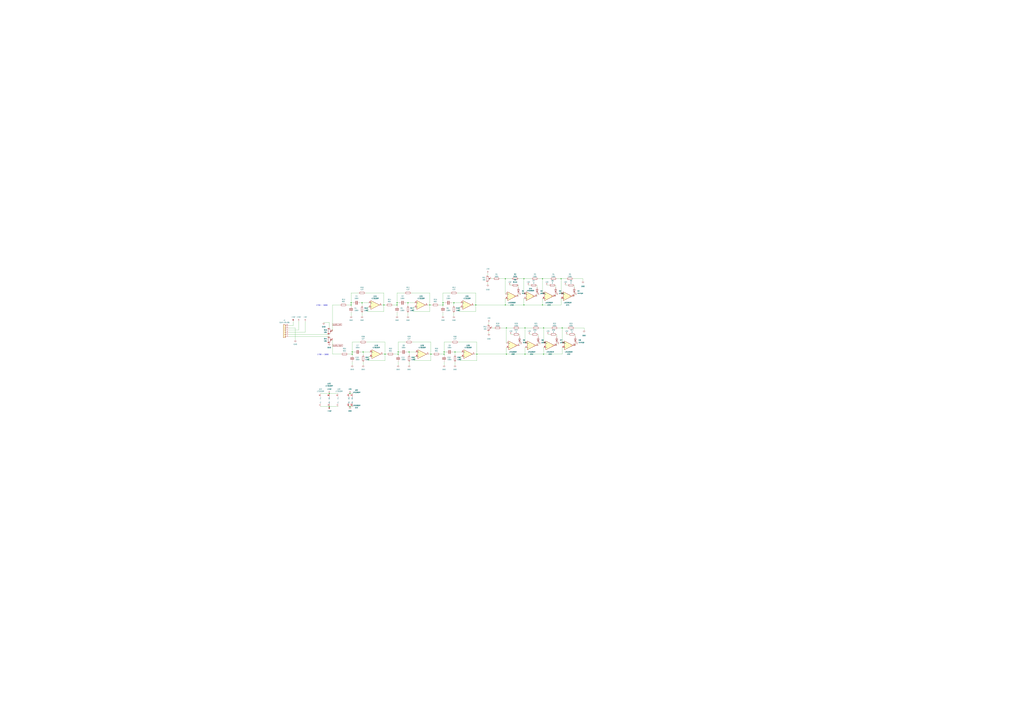
<source format=kicad_sch>
(kicad_sch (version 20211123) (generator eeschema)
  (paper "A0")
  (lib_symbols
    (symbol "Amplifier_Operational:LM358" (pin_names (offset 0.127))
      (property "Reference" "U" (at 0 5.08 0))
      (property "Value" "LM358" (at 0 -5.08 0))
      (symbol "LM358_1_1"
        (polyline (pts (xy -5.08 5.08) (xy 5.08 0) (xy -5.08 -5.08) (xy -5.08 5.08)) (stroke (width 0.254)) (fill (type background)))
        (pin output line (at 7.62 0 180) (length 2.54) (name "~") (number "1"))
        (pin input line (at -7.62 -2.54 0) (length 2.54) (name "-") (number "2"))
        (pin input line (at -7.62 2.54 0) (length 2.54) (name "+") (number "3"))
      )
      (symbol "LM358_2_1"
        (polyline (pts (xy -5.08 5.08) (xy 5.08 0) (xy -5.08 -5.08) (xy -5.08 5.08)) (stroke (width 0.254)) (fill (type background)))
        (pin input line (at -7.62 2.54 0) (length 2.54) (name "+") (number "5"))
        (pin input line (at -7.62 -2.54 0) (length 2.54) (name "-") (number "6"))
        (pin output line (at 7.62 0 180) (length 2.54) (name "~") (number "7"))
      )
      (symbol "LM358_3_1"
        (pin power_in line (at -2.54 -7.62 90) (length 3.81) (name "V-") (number "4"))
        (pin power_in line (at -2.54 7.62 270) (length 3.81) (name "V+") (number "8"))
      )
    )
    (symbol "Comparator:LM339" (pin_names (offset 0.127))
      (property "Reference" "U" (at 0 5.08 0))
      (property "Value" "LM339" (at 0 -5.08 0))
      (symbol "LM339_1_1"
        (polyline (pts (xy -5.08 5.08) (xy 5.08 0) (xy -5.08 -5.08) (xy -5.08 5.08)) (stroke (width 0.254)) (fill (type background)))
        (polyline (pts (xy 3.302 -0.508) (xy 2.794 -0.508) (xy 3.302 0) (xy 2.794 0.508) (xy 2.286 0) (xy 2.794 -0.508) (xy 2.286 -0.508)) (stroke (width 0.127)))
        (pin open_collector line (at 7.62 0 180) (length 2.54) (name "~") (number "2"))
        (pin input line (at -7.62 -2.54 0) (length 2.54) (name "-") (number "4"))
        (pin input line (at -7.62 2.54 0) (length 2.54) (name "+") (number "5"))
      )
      (symbol "LM339_2_1"
        (polyline (pts (xy -5.08 5.08) (xy 5.08 0) (xy -5.08 -5.08) (xy -5.08 5.08)) (stroke (width 0.254)) (fill (type background)))
        (polyline (pts (xy 3.302 -0.508) (xy 2.794 -0.508) (xy 3.302 0) (xy 2.794 0.508) (xy 2.286 0) (xy 2.794 -0.508) (xy 2.286 -0.508)) (stroke (width 0.127)))
        (pin open_collector line (at 7.62 0 180) (length 2.54) (name "~") (number "1"))
        (pin input line (at -7.62 -2.54 0) (length 2.54) (name "-") (number "6"))
        (pin input line (at -7.62 2.54 0) (length 2.54) (name "+") (number "7"))
      )
      (symbol "LM339_3_1"
        (polyline (pts (xy -5.08 5.08) (xy 5.08 0) (xy -5.08 -5.08) (xy -5.08 5.08)) (stroke (width 0.254)) (fill (type background)))
        (polyline (pts (xy 3.302 -0.508) (xy 2.794 -0.508) (xy 3.302 0) (xy 2.794 0.508) (xy 2.286 0) (xy 2.794 -0.508) (xy 2.286 -0.508)) (stroke (width 0.127)))
        (pin input line (at -7.62 -2.54 0) (length 2.54) (name "-") (number "10"))
        (pin input line (at -7.62 2.54 0) (length 2.54) (name "+") (number "11"))
        (pin open_collector line (at 7.62 0 180) (length 2.54) (name "~") (number "13"))
      )
      (symbol "LM339_4_1"
        (polyline (pts (xy -5.08 5.08) (xy 5.08 0) (xy -5.08 -5.08) (xy -5.08 5.08)) (stroke (width 0.254)) (fill (type background)))
        (polyline (pts (xy 3.302 -0.508) (xy 2.794 -0.508) (xy 3.302 0) (xy 2.794 0.508) (xy 2.286 0) (xy 2.794 -0.508) (xy 2.286 -0.508)) (stroke (width 0.127)))
        (pin open_collector line (at 7.62 0 180) (length 2.54) (name "~") (number "14"))
        (pin input line (at -7.62 -2.54 0) (length 2.54) (name "-") (number "8"))
        (pin input line (at -7.62 2.54 0) (length 2.54) (name "+") (number "9"))
      )
      (symbol "LM339_5_1"
        (pin power_in line (at -2.54 -7.62 90) (length 3.81) (name "V-") (number "12"))
        (pin power_in line (at -2.54 7.62 270) (length 3.81) (name "V+") (number "3"))
      )
    )
    (symbol "Connector_Generic:Conn_01x06" (pin_names (offset 1.016) hide)
      (property "Reference" "J" (at 0 7.62 0))
      (property "Value" "Conn_01x06" (at 0 -10.16 0))
      (symbol "Conn_01x06_1_1"
        (rectangle (start -1.27 -7.493) (end 0 -7.747) (stroke (width 0.1524)))
        (rectangle (start -1.27 -4.953) (end 0 -5.207) (stroke (width 0.1524)))
        (rectangle (start -1.27 -2.413) (end 0 -2.667) (stroke (width 0.1524)))
        (rectangle (start -1.27 0.127) (end 0 -0.127) (stroke (width 0.1524)))
        (rectangle (start -1.27 2.667) (end 0 2.413) (stroke (width 0.1524)))
        (rectangle (start -1.27 5.207) (end 0 4.953) (stroke (width 0.1524)))
        (rectangle (start -1.27 6.35) (end 1.27 -8.89) (stroke (width 0.254)) (fill (type background)))
        (pin passive line (at -5.08 5.08 0) (length 3.81) (name "Pin_1") (number "1"))
        (pin passive line (at -5.08 2.54 0) (length 3.81) (name "Pin_2") (number "2"))
        (pin passive line (at -5.08 0 0) (length 3.81) (name "Pin_3") (number "3"))
        (pin passive line (at -5.08 -2.54 0) (length 3.81) (name "Pin_4") (number "4"))
        (pin passive line (at -5.08 -5.08 0) (length 3.81) (name "Pin_5") (number "5"))
        (pin passive line (at -5.08 -7.62 0) (length 3.81) (name "Pin_6") (number "6"))
      )
    )
    (symbol "Device:C" (pin_numbers hide) (pin_names (offset 0.254))
      (property "Reference" "C" (at 0.635 2.54 0))
      (property "Value" "C" (at 0.635 -2.54 0))
      (symbol "C_0_1"
        (polyline (pts (xy -2.032 -0.762) (xy 2.032 -0.762)) (stroke (width 0.508)))
        (polyline (pts (xy -2.032 0.762) (xy 2.032 0.762)) (stroke (width 0.508)))
      )
      (symbol "C_1_1"
        (pin passive line (at 0 3.81 270) (length 2.794) (name "~") (number "1"))
        (pin passive line (at 0 -3.81 90) (length 2.794) (name "~") (number "2"))
      )
    )
    (symbol "Device:LED" (pin_numbers hide) (pin_names (offset 1.016) hide)
      (property "Reference" "D" (at 0 2.54 0))
      (property "Value" "LED" (at 0 -2.54 0))
      (symbol "LED_0_1"
        (polyline (pts (xy -1.27 -1.27) (xy -1.27 1.27)) (stroke (width 0.254)))
        (polyline (pts (xy -1.27 0) (xy 1.27 0)))
        (polyline (pts (xy 1.27 -1.27) (xy 1.27 1.27) (xy -1.27 0) (xy 1.27 -1.27)) (stroke (width 0.254)))
        (polyline (pts (xy -3.048 -0.762) (xy -4.572 -2.286) (xy -3.81 -2.286) (xy -4.572 -2.286) (xy -4.572 -1.524)))
        (polyline (pts (xy -1.778 -0.762) (xy -3.302 -2.286) (xy -2.54 -2.286) (xy -3.302 -2.286) (xy -3.302 -1.524)))
      )
      (symbol "LED_1_1"
        (pin passive line (at -3.81 0 0) (length 2.54) (name "K") (number "1"))
        (pin passive line (at 3.81 0 180) (length 2.54) (name "A") (number "2"))
      )
    )
    (symbol "Device:R" (pin_numbers hide) (pin_names (offset 0))
      (property "Reference" "R" (at 2.032 0 90))
      (property "Value" "R" (at 0 0 90))
      (symbol "R_0_1"
        (rectangle (start -1.016 -2.54) (end 1.016 2.54) (stroke (width 0.254)))
      )
      (symbol "R_1_1"
        (pin passive line (at 0 3.81 270) (length 1.27) (name "~") (number "1"))
        (pin passive line (at 0 -3.81 90) (length 1.27) (name "~") (number "2"))
      )
    )
    (symbol "Device:R_Potentiometer" (pin_names (offset 1.016) hide)
      (property "Reference" "RV" (at -4.445 0 90))
      (property "Value" "R_Potentiometer" (at -2.54 0 90))
      (symbol "R_Potentiometer_0_1"
        (polyline (pts (xy 2.54 0) (xy 1.524 0)))
        (polyline (pts (xy 1.143 0) (xy 2.286 0.508) (xy 2.286 -0.508) (xy 1.143 0)) (fill (type outline)))
        (rectangle (start 1.016 2.54) (end -1.016 -2.54) (stroke (width 0.254)))
      )
      (symbol "R_Potentiometer_1_1"
        (pin passive line (at 0 3.81 270) (length 1.27) (name "1") (number "1"))
        (pin passive line (at 3.81 0 180) (length 1.27) (name "2") (number "2"))
        (pin passive line (at 0 -3.81 90) (length 1.27) (name "3") (number "3"))
      )
    )
    (symbol "power:+15V" (power) (pin_names (offset 0))
      (property "Value" "+15V" (at 0 3.556 0))
      (symbol "+15V_0_1"
        (polyline (pts (xy -0.762 1.27) (xy 0 2.54)))
        (polyline (pts (xy 0 0) (xy 0 2.54)))
        (polyline (pts (xy 0 2.54) (xy 0.762 1.27)))
      )
      (symbol "+15V_1_1"
        (pin power_in line (at 0 0 90) (length 0) hide (name "+15V") (number "1"))
      )
    )
    (symbol "power:+5V" (power) (pin_names (offset 0))
      (property "Value" "+5V" (at 0 3.556 0))
      (symbol "+5V_0_1"
        (polyline (pts (xy -0.762 1.27) (xy 0 2.54)))
        (polyline (pts (xy 0 0) (xy 0 2.54)))
        (polyline (pts (xy 0 2.54) (xy 0.762 1.27)))
      )
      (symbol "+5V_1_1"
        (pin power_in line (at 0 0 90) (length 0) hide (name "+5V") (number "1"))
      )
    )
    (symbol "power:-15V" (power) (pin_names (offset 0))
      (property "Value" "-15V" (at 0 3.81 0))
      (symbol "-15V_0_0"
        (pin power_in line (at 0 0 90) (length 0) hide (name "-15V") (number "1"))
      )
      (symbol "-15V_0_1"
        (polyline (pts (xy 0 0) (xy 0 1.27) (xy 0.762 1.27) (xy 0 2.54) (xy -0.762 1.27) (xy 0 1.27)) (fill (type outline)))
      )
    )
    (symbol "power:GND" (power) (pin_names (offset 0))
      (property "Value" "GND" (at 0 -3.81 0))
      (symbol "GND_0_1"
        (polyline (pts (xy 0 0) (xy 0 -1.27) (xy 1.27 -1.27) (xy 0 -2.54) (xy -1.27 -1.27) (xy 0 -1.27)))
      )
      (symbol "GND_1_1"
        (pin power_in line (at 0 0 270) (length 0) hide (name "GND") (number "1"))
      )
    )
  )
  (junction (at 514.35 351.79))
  (junction (at 407.67 354.33))
  (junction (at 462.28 408.94))
  (junction (at 629.92 323.85))
  (junction (at 461.01 351.79))
  (junction (at 527.05 351.79))
  (junction (at 608.33 323.85))
  (junction (at 445.77 354.33))
  (junction (at 499.11 354.33))
  (junction (at 552.45 354.33))
  (junction (at 474.98 408.94))
  (junction (at 515.62 408.94))
  (junction (at 406.4 472.44))
  (junction (at 629.92 354.33))
  (junction (at 588.01 381))
  (junction (at 406.4 457.2))
  (junction (at 588.01 411.48))
  (junction (at 382.27 472.44))
  (junction (at 631.19 411.48))
  (junction (at 528.32 408.94))
  (junction (at 447.04 411.48))
  (junction (at 631.19 381))
  (junction (at 461.01 354.33))
  (junction (at 462.28 411.48))
  (junction (at 609.6 411.48))
  (junction (at 586.74 354.33))
  (junction (at 500.38 411.48))
  (junction (at 382.27 457.2))
  (junction (at 408.94 411.48))
  (junction (at 408.94 408.94))
  (junction (at 608.33 354.33))
  (junction (at 609.6 381))
  (junction (at 515.62 411.48))
  (junction (at 407.67 351.79))
  (junction (at 652.78 381))
  (junction (at 586.74 323.85))
  (junction (at 420.37 351.79))
  (junction (at 651.51 323.85))
  (junction (at 514.35 354.33))
  (junction (at 553.72 411.48))
  (junction (at 473.71 351.79))
  (junction (at 421.64 408.94))
  (wire (pts (xy 462.28 408.94) (xy 462.28 411.48)))
  (wire (pts (xy 461.01 351.79) (xy 461.01 340.36)))
  (wire (pts (xy 407.67 363.22) (xy 407.67 367.03)))
  (wire (pts (xy 474.98 408.94) (xy 474.98 412.75)))
  (wire (pts (xy 534.67 419.1) (xy 553.72 419.1)))
  (wire (pts (xy 500.38 411.48) (xy 502.92 411.48)))
  (wire (pts (xy 651.51 323.85) (xy 657.86 323.85)))
  (wire (pts (xy 340.36 373.38) (xy 340.36 378.46)))
  (wire (pts (xy 609.6 381) (xy 618.49 381)))
  (wire (pts (xy 530.86 340.36) (xy 552.45 340.36)))
  (wire (pts (xy 631.19 411.48) (xy 631.19 403.86)))
  (wire (pts (xy 481.33 414.02) (xy 481.33 419.1)))
  (wire (pts (xy 586.74 323.85) (xy 586.74 341.63)))
  (wire (pts (xy 631.19 411.48) (xy 652.78 411.48)))
  (wire (pts (xy 551.18 411.48) (xy 553.72 411.48)))
  (wire (pts (xy 462.28 411.48) (xy 462.28 412.75)))
  (wire (pts (xy 408.94 411.48) (xy 408.94 412.75)))
  (wire (pts (xy 601.98 331.47) (xy 601.98 334.01)))
  (wire (pts (xy 474.98 420.37) (xy 474.98 424.18)))
  (wire (pts (xy 515.62 408.94) (xy 518.16 408.94)))
  (wire (pts (xy 444.5 411.48) (xy 447.04 411.48)))
  (wire (pts (xy 499.11 354.33) (xy 499.11 361.95)))
  (wire (pts (xy 386.08 354.33) (xy 394.97 354.33)))
  (wire (pts (xy 335.28 383.54) (xy 346.71 383.54)))
  (wire (pts (xy 668.02 388.62) (xy 668.02 391.16)))
  (wire (pts (xy 603.25 381) (xy 609.6 381)))
  (wire (pts (xy 473.71 351.79) (xy 473.71 355.6)))
  (wire (pts (xy 515.62 397.51) (xy 524.51 397.51)))
  (wire (pts (xy 386.08 394.97) (xy 386.08 411.48)))
  (wire (pts (xy 608.33 323.85) (xy 608.33 341.63)))
  (wire (pts (xy 635 331.47) (xy 637.54 331.47)))
  (wire (pts (xy 424.18 340.36) (xy 445.77 340.36)))
  (wire (pts (xy 588.01 381) (xy 595.63 381)))
  (wire (pts (xy 527.05 363.22) (xy 527.05 367.03)))
  (wire (pts (xy 586.74 354.33) (xy 608.33 354.33)))
  (wire (pts (xy 571.5 381) (xy 574.04 381)))
  (wire (pts (xy 567.69 374.65) (xy 567.69 377.19)))
  (wire (pts (xy 588.01 381) (xy 588.01 398.78)))
  (wire (pts (xy 514.35 351.79) (xy 514.35 354.33)))
  (wire (pts (xy 624.84 388.62) (xy 624.84 391.16)))
  (wire (pts (xy 601.98 323.85) (xy 608.33 323.85)))
  (wire (pts (xy 461.01 351.79) (xy 463.55 351.79)))
  (wire (pts (xy 552.45 354.33) (xy 586.74 354.33)))
  (wire (pts (xy 647.7 381) (xy 652.78 381)))
  (wire (pts (xy 528.32 408.94) (xy 535.94 408.94)))
  (wire (pts (xy 472.44 408.94) (xy 474.98 408.94)))
  (wire (pts (xy 666.75 331.47) (xy 666.75 334.01)))
  (wire (pts (xy 481.33 419.1) (xy 500.38 419.1)))
  (wire (pts (xy 629.92 323.85) (xy 629.92 341.63)))
  (wire (pts (xy 417.83 351.79) (xy 420.37 351.79)))
  (wire (pts (xy 354.33 373.38) (xy 354.33 386.08)))
  (wire (pts (xy 570.23 323.85) (xy 572.77 323.85)))
  (wire (pts (xy 461.01 351.79) (xy 461.01 354.33)))
  (wire (pts (xy 335.28 386.08) (xy 354.33 386.08)))
  (wire (pts (xy 427.99 419.1) (xy 447.04 419.1)))
  (wire (pts (xy 676.91 323.85) (xy 676.91 326.39)))
  (wire (pts (xy 455.93 354.33) (xy 461.01 354.33)))
  (wire (pts (xy 427.99 356.87) (xy 426.72 356.87)))
  (wire (pts (xy 382.27 457.2) (xy 392.43 457.2)))
  (wire (pts (xy 408.94 420.37) (xy 408.94 424.18)))
  (wire (pts (xy 335.28 378.46) (xy 340.36 378.46)))
  (wire (pts (xy 474.98 408.94) (xy 482.6 408.94)))
  (wire (pts (xy 499.11 340.36) (xy 499.11 354.33)))
  (wire (pts (xy 645.16 341.63) (xy 645.16 344.17)))
  (wire (pts (xy 386.08 411.48) (xy 396.24 411.48)))
  (wire (pts (xy 651.51 323.85) (xy 651.51 341.63)))
  (wire (pts (xy 406.4 457.2) (xy 408.94 457.2)))
  (wire (pts (xy 591.82 331.47) (xy 594.36 331.47)))
  (wire (pts (xy 567.69 384.81) (xy 567.69 387.35)))
  (wire (pts (xy 420.37 351.79) (xy 427.99 351.79)))
  (wire (pts (xy 657.86 388.62) (xy 660.4 388.62)))
  (wire (pts (xy 665.48 323.85) (xy 676.91 323.85)))
  (wire (pts (xy 631.19 381) (xy 631.19 398.78)))
  (wire (pts (xy 552.45 354.33) (xy 552.45 361.95)))
  (wire (pts (xy 533.4 356.87) (xy 533.4 361.95)))
  (wire (pts (xy 447.04 397.51) (xy 447.04 411.48)))
  (wire (pts (xy 552.45 340.36) (xy 552.45 354.33)))
  (wire (pts (xy 372.11 472.44) (xy 382.27 472.44)))
  (wire (pts (xy 515.62 411.48) (xy 515.62 412.75)))
  (wire (pts (xy 445.77 354.33) (xy 448.31 354.33)))
  (wire (pts (xy 408.94 397.51) (xy 417.83 397.51)))
  (wire (pts (xy 478.79 397.51) (xy 500.38 397.51)))
  (wire (pts (xy 408.94 408.94) (xy 408.94 397.51)))
  (wire (pts (xy 524.51 351.79) (xy 527.05 351.79)))
  (wire (pts (xy 608.33 354.33) (xy 608.33 346.71)))
  (wire (pts (xy 462.28 408.94) (xy 462.28 397.51)))
  (wire (pts (xy 405.13 457.2) (xy 406.4 457.2)))
  (wire (pts (xy 580.39 323.85) (xy 586.74 323.85)))
  (wire (pts (xy 566.42 317.5) (xy 566.42 320.04)))
  (wire (pts (xy 461.01 340.36) (xy 469.9 340.36)))
  (wire (pts (xy 533.4 361.95) (xy 552.45 361.95)))
  (wire (pts (xy 626.11 381) (xy 631.19 381)))
  (wire (pts (xy 636.27 388.62) (xy 638.81 388.62)))
  (wire (pts (xy 419.1 408.94) (xy 421.64 408.94)))
  (wire (pts (xy 532.13 397.51) (xy 553.72 397.51)))
  (wire (pts (xy 499.11 354.33) (xy 501.65 354.33)))
  (wire (pts (xy 335.28 391.16) (xy 382.27 391.16)))
  (wire (pts (xy 528.32 408.94) (xy 528.32 412.75)))
  (wire (pts (xy 614.68 388.62) (xy 617.22 388.62)))
  (wire (pts (xy 420.37 363.22) (xy 420.37 367.03)))
  (wire (pts (xy 646.43 398.78) (xy 646.43 401.32)))
  (wire (pts (xy 588.01 411.48) (xy 588.01 403.86)))
  (wire (pts (xy 586.74 354.33) (xy 586.74 346.71)))
  (wire (pts (xy 482.6 414.02) (xy 481.33 414.02)))
  (wire (pts (xy 481.33 356.87) (xy 480.06 356.87)))
  (wire (pts (xy 500.38 411.48) (xy 500.38 419.1)))
  (wire (pts (xy 429.26 414.02) (xy 427.99 414.02)))
  (wire (pts (xy 651.51 354.33) (xy 651.51 346.71)))
  (wire (pts (xy 462.28 397.51) (xy 471.17 397.51)))
  (wire (pts (xy 426.72 356.87) (xy 426.72 361.95)))
  (wire (pts (xy 471.17 351.79) (xy 473.71 351.79)))
  (wire (pts (xy 609.6 381) (xy 609.6 398.78)))
  (wire (pts (xy 609.6 411.48) (xy 609.6 403.86)))
  (wire (pts (xy 631.19 381) (xy 640.08 381)))
  (wire (pts (xy 421.64 420.37) (xy 421.64 424.18)))
  (wire (pts (xy 515.62 420.37) (xy 515.62 424.18)))
  (wire (pts (xy 629.92 354.33) (xy 629.92 346.71)))
  (wire (pts (xy 534.67 356.87) (xy 533.4 356.87)))
  (wire (pts (xy 588.01 411.48) (xy 609.6 411.48)))
  (wire (pts (xy 425.45 397.51) (xy 447.04 397.51)))
  (wire (pts (xy 581.66 381) (xy 588.01 381)))
  (wire (pts (xy 342.9 381) (xy 342.9 394.97)))
  (wire (pts (xy 375.92 374.65) (xy 382.27 374.65)))
  (wire (pts (xy 514.35 340.36) (xy 523.24 340.36)))
  (wire (pts (xy 443.23 354.33) (xy 445.77 354.33)))
  (wire (pts (xy 480.06 361.95) (xy 499.11 361.95)))
  (wire (pts (xy 586.74 323.85) (xy 594.36 323.85)))
  (wire (pts (xy 407.67 351.79) (xy 410.21 351.79)))
  (wire (pts (xy 608.33 323.85) (xy 617.22 323.85)))
  (wire (pts (xy 527.05 351.79) (xy 527.05 355.6)))
  (wire (pts (xy 534.67 414.02) (xy 534.67 419.1)))
  (wire (pts (xy 457.2 411.48) (xy 462.28 411.48)))
  (wire (pts (xy 646.43 388.62) (xy 646.43 391.16)))
  (wire (pts (xy 528.32 420.37) (xy 528.32 424.18)))
  (wire (pts (xy 408.94 408.94) (xy 408.94 411.48)))
  (wire (pts (xy 549.91 354.33) (xy 552.45 354.33)))
  (wire (pts (xy 500.38 397.51) (xy 500.38 411.48)))
  (wire (pts (xy 608.33 354.33) (xy 629.92 354.33)))
  (wire (pts (xy 372.11 457.2) (xy 382.27 457.2)))
  (wire (pts (xy 346.71 373.38) (xy 346.71 383.54)))
  (wire (pts (xy 527.05 351.79) (xy 534.67 351.79)))
  (wire (pts (xy 668.02 398.78) (xy 668.02 401.32)))
  (wire (pts (xy 407.67 354.33) (xy 407.67 355.6)))
  (wire (pts (xy 447.04 411.48) (xy 447.04 419.1)))
  (wire (pts (xy 629.92 323.85) (xy 638.81 323.85)))
  (wire (pts (xy 646.43 323.85) (xy 651.51 323.85)))
  (wire (pts (xy 514.35 363.22) (xy 514.35 367.03)))
  (wire (pts (xy 462.28 420.37) (xy 462.28 424.18)))
  (wire (pts (xy 624.84 398.78) (xy 624.84 401.32)))
  (wire (pts (xy 666.75 341.63) (xy 666.75 344.17)))
  (wire (pts (xy 510.54 411.48) (xy 515.62 411.48)))
  (wire (pts (xy 402.59 354.33) (xy 407.67 354.33)))
  (wire (pts (xy 405.13 472.44) (xy 406.4 472.44)))
  (wire (pts (xy 553.72 411.48) (xy 588.01 411.48)))
  (wire (pts (xy 445.77 354.33) (xy 445.77 361.95)))
  (wire (pts (xy 515.62 408.94) (xy 515.62 411.48)))
  (wire (pts (xy 603.25 398.78) (xy 603.25 401.32)))
  (wire (pts (xy 645.16 331.47) (xy 645.16 334.01)))
  (wire (pts (xy 601.98 341.63) (xy 601.98 344.17)))
  (wire (pts (xy 496.57 354.33) (xy 499.11 354.33)))
  (wire (pts (xy 553.72 397.51) (xy 553.72 411.48)))
  (wire (pts (xy 652.78 411.48) (xy 652.78 403.86)))
  (wire (pts (xy 613.41 331.47) (xy 615.95 331.47)))
  (wire (pts (xy 406.4 472.44) (xy 408.94 472.44)))
  (wire (pts (xy 480.06 356.87) (xy 480.06 361.95)))
  (wire (pts (xy 553.72 411.48) (xy 553.72 419.1)))
  (wire (pts (xy 652.78 381) (xy 652.78 398.78)))
  (wire (pts (xy 403.86 411.48) (xy 408.94 411.48)))
  (wire (pts (xy 514.35 351.79) (xy 516.89 351.79)))
  (wire (pts (xy 335.28 388.62) (xy 382.27 388.62)))
  (wire (pts (xy 407.67 351.79) (xy 407.67 354.33)))
  (wire (pts (xy 652.78 381) (xy 659.13 381)))
  (wire (pts (xy 473.71 363.22) (xy 473.71 367.03)))
  (wire (pts (xy 525.78 408.94) (xy 528.32 408.94)))
  (wire (pts (xy 515.62 408.94) (xy 515.62 397.51)))
  (wire (pts (xy 426.72 361.95) (xy 445.77 361.95)))
  (wire (pts (xy 408.94 408.94) (xy 411.48 408.94)))
  (wire (pts (xy 407.67 351.79) (xy 407.67 340.36)))
  (wire (pts (xy 514.35 351.79) (xy 514.35 340.36)))
  (wire (pts (xy 678.18 381) (xy 678.18 383.54)))
  (wire (pts (xy 386.08 384.81) (xy 386.08 354.33)))
  (wire (pts (xy 477.52 340.36) (xy 499.11 340.36)))
  (wire (pts (xy 514.35 354.33) (xy 514.35 355.6)))
  (wire (pts (xy 535.94 414.02) (xy 534.67 414.02)))
  (wire (pts (xy 609.6 411.48) (xy 631.19 411.48)))
  (wire (pts (xy 382.27 472.44) (xy 392.43 472.44)))
  (wire (pts (xy 593.09 388.62) (xy 595.63 388.62)))
  (wire (pts (xy 447.04 411.48) (xy 449.58 411.48)))
  (wire (pts (xy 427.99 414.02) (xy 427.99 419.1)))
  (wire (pts (xy 421.64 408.94) (xy 421.64 412.75)))
  (wire (pts (xy 656.59 331.47) (xy 659.13 331.47)))
  (wire (pts (xy 629.92 354.33) (xy 651.51 354.33)))
  (wire (pts (xy 473.71 351.79) (xy 481.33 351.79)))
  (wire (pts (xy 420.37 351.79) (xy 420.37 355.6)))
  (wire (pts (xy 623.57 341.63) (xy 623.57 344.17)))
  (wire (pts (xy 603.25 388.62) (xy 603.25 391.16)))
  (wire (pts (xy 666.75 381) (xy 678.18 381)))
  (wire (pts (xy 335.28 381) (xy 342.9 381)))
  (wire (pts (xy 421.64 408.94) (xy 429.26 408.94)))
  (wire (pts (xy 382.27 374.65) (xy 382.27 381)))
  (wire (pts (xy 445.77 340.36) (xy 445.77 354.33)))
  (wire (pts (xy 461.01 354.33) (xy 461.01 355.6)))
  (wire (pts (xy 462.28 408.94) (xy 464.82 408.94)))
  (wire (pts (xy 566.42 327.66) (xy 566.42 330.2)))
  (wire (pts (xy 624.84 323.85) (xy 629.92 323.85)))
  (wire (pts (xy 407.67 340.36) (xy 416.56 340.36)))
  (wire (pts (xy 497.84 411.48) (xy 500.38 411.48)))
  (wire (pts (xy 509.27 354.33) (xy 514.35 354.33)))
  (wire (pts (xy 461.01 363.22) (xy 461.01 367.03)))
  (wire (pts (xy 623.57 331.47) (xy 623.57 334.01)))
  (text "1700 - 5000" (at 367.03 355.6 0) (effects (font (size 1.27 1.27)) (justify left bottom)))
  (text "1700 - 5000" (at 368.3 412.75 0) (effects (font (size 1.27 1.27)) (justify left bottom)))
  (global_label "audio_right" (shape passive) (at 386.08 401.32 0) (property "Intersheet References" "${INTERSHEET_REFS}" (effects hide)))
  (global_label "audio_left" (shape passive) (at 386.08 377.19 0) (property "Intersheet References" "${INTERSHEET_REFS}" (effects hide)))
  (symbol (lib_id "Device:C") (at 415.29 408.94 90) (unit 1)
    (property "Reference" "C7" (at 415.29 401.32 90))
    (property "Value" "100n" (at 415.29 403.86 90))
    (property "Footprint" "Capacitor_SMD:C_1206_3216Metric" (effects hide))
  )
  (symbol (lib_id "power:+5V") (at 354.33 373.38 0) (unit 1)
    (property "Reference" "#PWR016" (effects hide))
    (property "Value" "+5V" (at 354.33 368.3 0))
  )
  (symbol (lib_id "Device:C") (at 514.35 359.41 0) (unit 1)
    (property "Reference" "C6" (at 518.16 358.1399 0) (effects (justify left)))
    (property "Value" "100n" (at 518.16 360.6799 0) (effects (justify left)))
    (property "Footprint" "Capacitor_SMD:C_1206_3216Metric" (effects hide))
  )
  (symbol (lib_id "Device:R") (at 506.73 411.48 90) (unit 1)
    (property "Reference" "R33" (at 506.73 405.13 90))
    (property "Value" "931" (at 506.73 407.67 90))
    (property "Footprint" "Resistor_SMD:R_1206_3216Metric" (effects hide))
  )
  (symbol (lib_id "Device:R") (at 473.71 359.41 0) (unit 1)
    (property "Reference" "R17" (at 476.25 358.1399 0) (effects (justify left)))
    (property "Value" "1k87" (at 476.25 360.6799 0) (effects (justify left)))
    (property "Footprint" "Resistor_SMD:R_1206_3216Metric" (effects hide))
  )
  (symbol (lib_id "Device:R") (at 421.64 397.51 90) (unit 1)
    (property "Reference" "R28" (at 421.64 391.16 90))
    (property "Value" "137" (at 421.64 393.7 90))
    (property "Footprint" "Resistor_SMD:R_1206_3216Metric" (effects hide))
  )
  (symbol (lib_id "Device:C") (at 407.67 359.41 0) (unit 1)
    (property "Reference" "C4" (at 411.48 358.1399 0) (effects (justify left)))
    (property "Value" "100n" (at 411.48 360.6799 0) (effects (justify left)))
    (property "Footprint" "Capacitor_SMD:C_1206_3216Metric" (effects hide))
  )
  (symbol (lib_id "Device:R") (at 622.3 381 90) (unit 1)
    (property "Reference" "R21" (at 622.3 375.92 90))
    (property "Value" "100k" (at 622.3 378.46 90))
    (property "Footprint" "Resistor_SMD:R_1206_3216Metric" (effects hide))
  )
  (symbol (lib_id "Device:C") (at 408.94 416.56 0) (unit 1)
    (property "Reference" "C10" (at 412.75 415.2899 0) (effects (justify left)))
    (property "Value" "100n" (at 412.75 417.8299 0) (effects (justify left)))
    (property "Footprint" "Capacitor_SMD:C_1206_3216Metric" (effects hide))
  )
  (symbol (lib_id "Amplifier_Operational:LM358") (at 490.22 411.48 0) (unit 2)
    (property "Reference" "U2" (at 490.22 401.32 0))
    (property "Value" "LF353DR" (at 490.22 403.86 0))
    (property "Footprint" "Package_SO:SOIC-8_3.9x4.9mm_P1.27mm" (effects hide))
    (property "Datasheet" "http://www.ti.com/lit/ds/symlink/lm2904-n.pdf" (effects hide))
  )
  (symbol (lib_id "power:GND") (at 407.67 367.03 0) (unit 1)
    (property "Reference" "#PWR08" (effects hide))
    (property "Value" "GND" (at 407.67 372.11 0))
  )
  (symbol (lib_id "Device:R") (at 599.44 381 90) (unit 1)
    (property "Reference" "R20" (at 599.44 375.92 90))
    (property "Value" "100k" (at 599.44 378.46 90))
    (property "Footprint" "Resistor_SMD:R_1206_3216Metric" (effects hide))
  )
  (symbol (lib_id "Device:R") (at 619.76 331.47 270) (unit 1)
    (property "Reference" "R7" (at 619.76 326.39 90))
    (property "Value" "R" (at 619.76 328.93 90))
    (property "Footprint" "Resistor_SMD:R_1206_3216Metric" (effects hide))
  )
  (symbol (lib_id "power:GND") (at 567.69 387.35 0) (unit 1)
    (property "Reference" "#PWR019" (effects hide))
    (property "Value" "GND" (at 567.69 393.7 0))
  )
  (symbol (lib_id "Amplifier_Operational:LM358") (at 394.97 464.82 0) (unit 3)
    (property "Reference" "U3" (at 393.7 452.12 0))
    (property "Value" "LF353DR" (at 393.7 454.66 0))
    (property "Footprint" "Package_SO:SOIC-8_3.9x4.9mm_P1.27mm" (effects hide))
    (property "Datasheet" "http://www.ti.com/lit/ds/symlink/lm2904-n.pdf" (effects hide))
  )
  (symbol (lib_id "Device:R") (at 528.32 397.51 90) (unit 1)
    (property "Reference" "R30" (at 528.32 391.16 90))
    (property "Value" "137" (at 528.32 393.7 90))
    (property "Footprint" "Resistor_SMD:R_1206_3216Metric" (effects hide))
  )
  (symbol (lib_id "power:+5V") (at 657.86 388.62 0) (unit 1)
    (property "Reference" "#PWR023" (effects hide))
    (property "Value" "+5V" (at 657.86 384.81 0))
  )
  (symbol (lib_id "Device:R") (at 505.46 354.33 90) (unit 1)
    (property "Reference" "R15" (at 505.46 347.98 90))
    (property "Value" "931" (at 505.46 350.52 90))
    (property "Footprint" "Resistor_SMD:R_1206_3216Metric" (effects hide))
  )
  (symbol (lib_id "power:+15V") (at 382.27 457.2 0) (unit 1)
    (property "Reference" "#PWR031" (effects hide))
    (property "Value" "+15V" (at 382.27 452.12 0))
  )
  (symbol (lib_id "Device:LED") (at 623.57 337.82 90) (unit 1)
    (property "Reference" "D2" (at 627.38 338.1374 90) (effects (justify right)))
    (property "Value" "green" (at 627.38 340.6774 90) (effects (justify right)))
    (property "Footprint" "Resistor_SMD:R_1206_3216Metric" (effects hide))
  )
  (symbol (lib_id "Device:R") (at 621.03 388.62 270) (unit 1)
    (property "Reference" "R25" (at 621.03 383.54 90))
    (property "Value" "R" (at 621.03 386.08 90))
    (property "Footprint" "Resistor_SMD:R_1206_3216Metric" (effects hide))
  )
  (symbol (lib_id "Device:R") (at 621.03 323.85 90) (unit 1)
    (property "Reference" "R3" (at 621.03 318.77 90))
    (property "Value" "100k" (at 621.03 321.31 90))
    (property "Footprint" "Resistor_SMD:R_1206_3216Metric" (effects hide))
  )
  (symbol (lib_id "Device:R") (at 664.21 388.62 270) (unit 1)
    (property "Reference" "R27" (at 664.21 383.54 90))
    (property "Value" "R" (at 664.21 386.08 90))
    (property "Footprint" "Resistor_SMD:R_1206_3216Metric" (effects hide))
  )
  (symbol (lib_id "Comparator:LM339") (at 594.36 344.17 0) (unit 2)
    (property "Reference" "U4" (at 594.36 354.33 0))
    (property "Value" "LM339DR" (at 594.36 351.79 0))
    (property "Footprint" "Package_SO:SO-14_3.9x8.65mm_P1.27mm" (effects hide))
    (property "Datasheet" "https://www.st.com/resource/en/datasheet/lm139.pdf" (effects hide))
    (property "DPN" "296-1013-1-ND" (effects hide))
  )
  (symbol (lib_id "Comparator:LM339") (at 407.67 464.82 0) (unit 5)
    (property "Reference" "U4" (at 414.02 473.71 0))
    (property "Value" "LM339DR" (at 414.02 471.17 0))
    (property "Footprint" "Package_SO:SO-14_3.9x8.65mm_P1.27mm" (effects hide))
    (property "Datasheet" "https://www.st.com/resource/en/datasheet/lm139.pdf" (effects hide))
    (property "DPN" "296-1013-1-ND" (effects hide))
  )
  (symbol (lib_id "Device:R") (at 474.98 416.56 0) (unit 1)
    (property "Reference" "R35" (at 477.52 415.2899 0) (effects (justify left)))
    (property "Value" "1k87" (at 477.52 417.8299 0) (effects (justify left)))
    (property "Footprint" "Resistor_SMD:R_1206_3216Metric" (effects hide))
  )
  (symbol (lib_id "Device:R") (at 662.94 331.47 270) (unit 1)
    (property "Reference" "R9" (at 662.94 326.39 90))
    (property "Value" "R" (at 662.94 328.93 90))
    (property "Footprint" "Resistor_SMD:R_1206_3216Metric" (effects hide))
  )
  (symbol (lib_id "Device:C") (at 520.7 351.79 90) (unit 1)
    (property "Reference" "C3" (at 520.7 344.17 90))
    (property "Value" "100n" (at 520.7 346.71 90))
    (property "Footprint" "Capacitor_SMD:C_1206_3216Metric" (effects hide))
  )
  (symbol (lib_id "power:GND") (at 420.37 367.03 0) (unit 1)
    (property "Reference" "#PWR09" (effects hide))
    (property "Value" "GND" (at 420.37 372.11 0))
  )
  (symbol (lib_id "Device:R") (at 452.12 354.33 90) (unit 1)
    (property "Reference" "R14" (at 452.12 347.98 90))
    (property "Value" "931" (at 452.12 350.52 90))
    (property "Footprint" "Resistor_SMD:R_1206_3216Metric" (effects hide))
  )
  (symbol (lib_id "power:GND") (at 461.01 367.03 0) (unit 1)
    (property "Reference" "#PWR010" (effects hide))
    (property "Value" "GND" (at 461.01 372.11 0))
  )
  (symbol (lib_id "Device:R") (at 598.17 323.85 90) (unit 1)
    (property "Reference" "R2" (at 598.17 318.77 90))
    (property "Value" "100k" (at 598.17 321.31 90))
    (property "Footprint" "Resistor_SMD:R_1206_3216Metric" (effects hide))
  )
  (symbol (lib_id "power:+5V") (at 591.82 331.47 0) (unit 1)
    (property "Reference" "#PWR04" (effects hide))
    (property "Value" "+5V" (at 591.82 327.66 0))
  )
  (symbol (lib_id "Device:LED") (at 668.02 394.97 90) (unit 1)
    (property "Reference" "D8" (at 671.83 395.2874 90) (effects (justify right)))
    (property "Value" "orange" (at 671.83 397.8274 90) (effects (justify right)))
    (property "Footprint" "Resistor_SMD:R_1206_3216Metric" (effects hide))
  )
  (symbol (lib_id "Device:R") (at 420.37 359.41 0) (unit 1)
    (property "Reference" "R16" (at 422.91 358.1399 0) (effects (justify left)))
    (property "Value" "1k87" (at 422.91 360.6799 0) (effects (justify left)))
    (property "Footprint" "Resistor_SMD:R_1206_3216Metric" (effects hide))
  )
  (symbol (lib_id "Amplifier_Operational:LM358") (at 543.56 411.48 0) (unit 2)
    (property "Reference" "U3" (at 543.56 401.32 0))
    (property "Value" "LF353DR" (at 543.56 403.86 0))
    (property "Footprint" "Package_SO:SOIC-8_3.9x4.9mm_P1.27mm" (effects hide))
    (property "Datasheet" "http://www.ti.com/lit/ds/symlink/lm2904-n.pdf" (effects hide))
  )
  (symbol (lib_id "Amplifier_Operational:LM358") (at 542.29 354.33 0) (unit 1)
    (property "Reference" "U3" (at 542.29 344.17 0))
    (property "Value" "LF353DR" (at 542.29 346.71 0))
    (property "Footprint" "Package_SO:SOIC-8_3.9x4.9mm_P1.27mm" (effects hide))
    (property "Datasheet" "http://www.ti.com/lit/ds/symlink/lm2904-n.pdf" (effects hide))
  )
  (symbol (lib_id "power:+5V") (at 656.59 331.47 0) (unit 1)
    (property "Reference" "#PWR07" (effects hide))
    (property "Value" "+5V" (at 656.59 327.66 0))
  )
  (symbol (lib_id "Device:R_Potentiometer") (at 567.69 381 0) (unit 1)
    (property "Reference" "RV2" (at 565.15 379.7299 0) (effects (justify right)))
    (property "Value" "10k" (at 565.15 382.2699 0) (effects (justify right)))
    (property "Footprint" "Potentiometer_THT:Potentiometer_Runtron_RM-065_Vertical" (effects hide))
  )
  (symbol (lib_id "power:GND") (at 462.28 424.18 0) (unit 1)
    (property "Reference" "#PWR027" (effects hide))
    (property "Value" "GND" (at 462.28 429.26 0))
  )
  (symbol (lib_id "power:GND") (at 408.94 424.18 0) (unit 1)
    (property "Reference" "#PWR025" (effects hide))
    (property "Value" "GND" (at 408.94 429.26 0))
  )
  (symbol (lib_id "power:+5V") (at 614.68 388.62 0) (unit 1)
    (property "Reference" "#PWR021" (effects hide))
    (property "Value" "+5V" (at 614.68 384.81 0))
  )
  (symbol (lib_id "Device:LED") (at 601.98 337.82 90) (unit 1)
    (property "Reference" "D1" (at 605.79 338.1374 90) (effects (justify right)))
    (property "Value" "blue" (at 605.79 340.6774 90) (effects (justify right)))
    (property "Footprint" "Resistor_SMD:R_1206_3216Metric" (effects hide))
  )
  (symbol (lib_id "Device:LED") (at 646.43 394.97 90) (unit 1)
    (property "Reference" "D7" (at 650.24 395.2874 90) (effects (justify right)))
    (property "Value" "yellow" (at 650.24 397.8274 90) (effects (justify right)))
    (property "Footprint" "Resistor_SMD:R_1206_3216Metric" (effects hide))
  )
  (symbol (lib_id "Amplifier_Operational:LM358") (at 435.61 354.33 0) (unit 1)
    (property "Reference" "U1" (at 435.61 344.17 0))
    (property "Value" "LF353DR" (at 435.61 346.71 0))
    (property "Footprint" "Package_SO:SOIC-8_3.9x4.9mm_P1.27mm" (effects hide))
    (property "Datasheet" "http://www.ti.com/lit/ds/symlink/lm2904-n.pdf" (effects hide))
  )
  (symbol (lib_id "Device:R") (at 473.71 340.36 90) (unit 1)
    (property "Reference" "R11" (at 473.71 334.01 90))
    (property "Value" "137" (at 473.71 336.55 90))
    (property "Footprint" "Resistor_SMD:R_1206_3216Metric" (effects hide))
  )
  (symbol (lib_id "Amplifier_Operational:LM358") (at 374.65 464.82 0) (unit 3)
    (property "Reference" "U1" (at 372.11 452.12 0))
    (property "Value" "LF353DR" (at 372.11 454.66 0))
    (property "Footprint" "Package_SO:SOIC-8_3.9x4.9mm_P1.27mm" (effects hide))
    (property "Datasheet" "http://www.ti.com/lit/ds/symlink/lm2904-n.pdf" (effects hide))
  )
  (symbol (lib_id "power:+15V") (at 346.71 373.38 0) (unit 1)
    (property "Reference" "#PWR014" (effects hide))
    (property "Value" "+15V" (at 346.71 368.3 0))
  )
  (symbol (lib_id "power:GND") (at 375.92 374.65 0) (unit 1)
    (property "Reference" "#PWR0102" (effects hide))
    (property "Value" "GND" (at 375.92 379.73 0))
  )
  (symbol (lib_id "Device:C") (at 515.62 416.56 0) (unit 1)
    (property "Reference" "C12" (at 519.43 415.2899 0) (effects (justify left)))
    (property "Value" "100n" (at 519.43 417.8299 0) (effects (justify left)))
    (property "Footprint" "Capacitor_SMD:C_1206_3216Metric" (effects hide))
  )
  (symbol (lib_id "Device:R") (at 643.89 381 90) (unit 1)
    (property "Reference" "R22" (at 643.89 375.92 90))
    (property "Value" "100k" (at 643.89 378.46 90))
    (property "Footprint" "Resistor_SMD:R_1206_3216Metric" (effects hide))
  )
  (symbol (lib_id "Amplifier_Operational:LM358") (at 488.95 354.33 0) (unit 1)
    (property "Reference" "U2" (at 488.95 344.17 0))
    (property "Value" "LF353DR" (at 488.95 346.71 0))
    (property "Footprint" "Package_SO:SOIC-8_3.9x4.9mm_P1.27mm" (effects hide))
    (property "Datasheet" "http://www.ti.com/lit/ds/symlink/lm2904-n.pdf" (effects hide))
  )
  (symbol (lib_id "power:+5V") (at 566.42 317.5 0) (unit 1)
    (property "Reference" "#PWR01" (effects hide))
    (property "Value" "+5V" (at 566.42 312.42 0))
  )
  (symbol (lib_id "power:GND") (at 676.91 326.39 0) (unit 1)
    (property "Reference" "#PWR02" (effects hide))
    (property "Value" "GND" (at 676.91 332.74 0))
  )
  (symbol (lib_id "Comparator:LM339") (at 638.81 401.32 0) (unit 4)
    (property "Reference" "U5" (at 638.81 411.48 0))
    (property "Value" "LM339DR" (at 638.81 408.94 0))
    (property "Footprint" "Package_SO:SO-14_3.9x8.65mm_P1.27mm" (effects hide))
    (property "Datasheet" "https://www.st.com/resource/en/datasheet/lm139.pdf" (effects hide))
    (property "DPN" "296-1013-1-ND" (effects hide))
  )
  (symbol (lib_id "Device:C") (at 414.02 351.79 90) (unit 1)
    (property "Reference" "C1" (at 414.02 344.17 90))
    (property "Value" "100n" (at 414.02 346.71 90))
    (property "Footprint" "Capacitor_SMD:C_1206_3216Metric" (effects hide))
  )
  (symbol (lib_id "Comparator:LM339") (at 411.48 464.82 0) (unit 5)
    (property "Reference" "U5" (at 414.02 453.39 0))
    (property "Value" "LM339DR" (at 414.02 455.93 0))
    (property "Footprint" "Package_SO:SO-14_3.9x8.65mm_P1.27mm" (effects hide))
    (property "Datasheet" "https://www.st.com/resource/en/datasheet/lm139.pdf" (effects hide))
    (property "DPN" "296-1013-1-ND" (effects hide))
  )
  (symbol (lib_id "Comparator:LM339") (at 637.54 344.17 0) (unit 4)
    (property "Reference" "U4" (at 637.54 354.33 0))
    (property "Value" "LM339DR" (at 637.54 351.79 0))
    (property "Footprint" "Package_SO:SO-14_3.9x8.65mm_P1.27mm" (effects hide))
    (property "Datasheet" "https://www.st.com/resource/en/datasheet/lm139.pdf" (effects hide))
    (property "DPN" "296-1013-1-ND" (effects hide))
  )
  (symbol (lib_id "power:+5V") (at 636.27 388.62 0) (unit 1)
    (property "Reference" "#PWR022" (effects hide))
    (property "Value" "+5V" (at 636.27 384.81 0))
  )
  (symbol (lib_id "Comparator:LM339") (at 615.95 344.17 0) (unit 1)
    (property "Reference" "U4" (at 615.95 335.28 0))
    (property "Value" "LM339DR" (at 615.95 337.82 0))
    (property "Footprint" "Package_SO:SO-14_3.9x8.65mm_P1.27mm" (effects hide))
    (property "Datasheet" "https://www.st.com/resource/en/datasheet/lm139.pdf" (effects hide))
    (property "DPN" "296-1013-1-ND" (effects hide))
  )
  (symbol (lib_id "power:+5V") (at 593.09 388.62 0) (unit 1)
    (property "Reference" "#PWR020" (effects hide))
    (property "Value" "+5V" (at 593.09 384.81 0))
  )
  (symbol (lib_id "Comparator:LM339") (at 660.4 401.32 0) (unit 3)
    (property "Reference" "U5" (at 660.4 411.48 0))
    (property "Value" "LM339DR" (at 660.4 408.94 0))
    (property "Footprint" "Package_SO:SO-14_3.9x8.65mm_P1.27mm" (effects hide))
    (property "Datasheet" "https://www.st.com/resource/en/datasheet/lm139.pdf" (effects hide))
    (property "DPN" "296-1013-1-ND" (effects hide))
  )
  (symbol (lib_id "Device:C") (at 468.63 408.94 90) (unit 1)
    (property "Reference" "C8" (at 468.63 401.32 90))
    (property "Value" "100n" (at 468.63 403.86 90))
    (property "Footprint" "Capacitor_SMD:C_1206_3216Metric" (effects hide))
  )
  (symbol (lib_id "power:GND") (at 528.32 424.18 0) (unit 1)
    (property "Reference" "#PWR030" (effects hide))
    (property "Value" "GND" (at 528.32 429.26 0))
  )
  (symbol (lib_id "Device:R_Potentiometer") (at 382.27 384.81 0) (unit 1)
    (property "Reference" "RV3" (at 379.73 383.5399 0) (effects (justify right)))
    (property "Value" "10k" (at 379.73 386.0799 0) (effects (justify right)))
    (property "Footprint" "Potentiometer_THT:Potentiometer_Runtron_RM-065_Vertical" (effects hide))
  )
  (symbol (lib_id "Device:R") (at 661.67 323.85 90) (unit 1)
    (property "Reference" "R5" (at 661.67 318.77 90))
    (property "Value" "100k" (at 661.67 321.31 90))
    (property "Footprint" "Resistor_SMD:R_1206_3216Metric" (effects hide))
  )
  (symbol (lib_id "Device:R") (at 527.05 340.36 90) (unit 1)
    (property "Reference" "R12" (at 527.05 334.01 90))
    (property "Value" "137" (at 527.05 336.55 90))
    (property "Footprint" "Resistor_SMD:R_1206_3216Metric" (effects hide))
  )
  (symbol (lib_id "Device:LED") (at 624.84 394.97 90) (unit 1)
    (property "Reference" "D6" (at 628.65 395.2874 90) (effects (justify right)))
    (property "Value" "green" (at 628.65 397.8274 90) (effects (justify right)))
    (property "Footprint" "Resistor_SMD:R_1206_3216Metric" (effects hide))
  )
  (symbol (lib_id "Comparator:LM339") (at 617.22 401.32 0) (unit 1)
    (property "Reference" "U5" (at 617.22 411.48 0))
    (property "Value" "LM339DR" (at 617.22 408.94 0))
    (property "Footprint" "Package_SO:SO-14_3.9x8.65mm_P1.27mm" (effects hide))
    (property "Datasheet" "https://www.st.com/resource/en/datasheet/lm139.pdf" (effects hide))
    (property "DPN" "296-1013-1-ND" (effects hide))
  )
  (symbol (lib_id "Device:LED") (at 603.25 394.97 90) (unit 1)
    (property "Reference" "D5" (at 607.06 395.2874 90) (effects (justify right)))
    (property "Value" "blue" (at 607.06 397.8274 90) (effects (justify right)))
    (property "Footprint" "Resistor_SMD:R_1206_3216Metric" (effects hide))
  )
  (symbol (lib_id "Device:R") (at 528.32 416.56 0) (unit 1)
    (property "Reference" "R36" (at 530.86 415.2899 0) (effects (justify left)))
    (property "Value" "1k87" (at 530.86 417.8299 0) (effects (justify left)))
    (property "Footprint" "Resistor_SMD:R_1206_3216Metric" (effects hide))
  )
  (symbol (lib_id "Device:R") (at 527.05 359.41 0) (unit 1)
    (property "Reference" "R18" (at 529.59 358.1399 0) (effects (justify left)))
    (property "Value" "1k87" (at 529.59 360.6799 0) (effects (justify left)))
    (property "Footprint" "Resistor_SMD:R_1206_3216Metric" (effects hide))
  )
  (symbol (lib_id "Device:R_Potentiometer") (at 566.42 323.85 0) (unit 1)
    (property "Reference" "RV1" (at 563.88 322.5799 0) (effects (justify right)))
    (property "Value" "10k" (at 563.88 325.1199 0) (effects (justify right)))
    (property "Footprint" "Potentiometer_THT:Potentiometer_Runtron_RM-065_Vertical" (effects hide))
  )
  (symbol (lib_id "Device:R") (at 599.44 388.62 90) (unit 1)
    (property "Reference" "R24" (at 599.44 383.54 90))
    (property "Value" "R" (at 599.44 386.08 90))
    (property "Footprint" "Resistor_SMD:R_1206_3216Metric" (effects hide))
  )
  (symbol (lib_id "Device:R") (at 641.35 331.47 270) (unit 1)
    (property "Reference" "R8" (at 641.35 326.39 90))
    (property "Value" "R" (at 641.35 328.93 90))
    (property "Footprint" "Resistor_SMD:R_1206_3216Metric" (effects hide))
  )
  (symbol (lib_id "Device:R") (at 474.98 397.51 90) (unit 1)
    (property "Reference" "R29" (at 474.98 391.16 90))
    (property "Value" "137" (at 474.98 393.7 90))
    (property "Footprint" "Resistor_SMD:R_1206_3216Metric" (effects hide))
  )
  (symbol (lib_id "power:GND") (at 342.9 394.97 0) (unit 1)
    (property "Reference" "#PWR024" (effects hide))
    (property "Value" "GND" (at 342.9 400.05 0))
  )
  (symbol (lib_id "power:-15V") (at 382.27 472.44 180) (unit 1)
    (property "Reference" "#PWR033" (effects hide))
    (property "Value" "-15V" (at 382.27 477.52 0))
  )
  (symbol (lib_id "power:GND") (at 382.27 398.78 0) (unit 1)
    (property "Reference" "#PWR0101" (effects hide))
    (property "Value" "GND" (at 382.27 403.86 0))
  )
  (symbol (lib_id "Amplifier_Operational:LM358") (at 436.88 411.48 0) (unit 2)
    (property "Reference" "U1" (at 436.88 401.32 0))
    (property "Value" "LF353DR" (at 436.88 403.86 0))
    (property "Footprint" "Package_SO:SOIC-8_3.9x4.9mm_P1.27mm" (effects hide))
    (property "Datasheet" "http://www.ti.com/lit/ds/symlink/lm2904-n.pdf" (effects hide))
  )
  (symbol (lib_id "power:+5V") (at 567.69 374.65 0) (unit 1)
    (property "Reference" "#PWR017" (effects hide))
    (property "Value" "+5V" (at 567.69 369.57 0))
  )
  (symbol (lib_id "power:-15V") (at 340.36 373.38 0) (unit 1)
    (property "Reference" "#PWR015" (effects hide))
    (property "Value" "-15V" (at 340.36 368.3 0))
  )
  (symbol (lib_id "power:+5V") (at 406.4 457.2 0) (unit 1)
    (property "Reference" "#PWR032" (effects hide))
    (property "Value" "+5V" (at 406.4 452.12 0))
  )
  (symbol (lib_id "power:GND") (at 566.42 330.2 0) (unit 1)
    (property "Reference" "#PWR03" (effects hide))
    (property "Value" "GND" (at 566.42 336.55 0))
  )
  (symbol (lib_id "Device:C") (at 462.28 416.56 0) (unit 1)
    (property "Reference" "C11" (at 466.09 415.2899 0) (effects (justify left)))
    (property "Value" "100n" (at 466.09 417.8299 0) (effects (justify left)))
    (property "Footprint" "Capacitor_SMD:C_1206_3216Metric" (effects hide))
  )
  (symbol (lib_id "Device:R") (at 576.58 323.85 90) (unit 1)
    (property "Reference" "R1" (at 576.58 318.77 90))
    (property "Value" "100k" (at 576.58 321.31 90))
    (property "Footprint" "Resistor_SMD:R_1206_3216Metric" (effects hide))
  )
  (symbol (lib_id "Comparator:LM339") (at 595.63 401.32 0) (unit 2)
    (property "Reference" "U5" (at 595.63 411.48 0))
    (property "Value" "LM339DR" (at 595.63 408.94 0))
    (property "Footprint" "Package_SO:SO-14_3.9x8.65mm_P1.27mm" (effects hide))
    (property "Datasheet" "https://www.st.com/resource/en/datasheet/lm139.pdf" (effects hide))
    (property "DPN" "296-1013-1-ND" (effects hide))
  )
  (symbol (lib_id "power:GND") (at 514.35 367.03 0) (unit 1)
    (property "Reference" "#PWR012" (effects hide))
    (property "Value" "GND" (at 514.35 372.11 0))
  )
  (symbol (lib_id "power:GND") (at 515.62 424.18 0) (unit 1)
    (property "Reference" "#PWR029" (effects hide))
    (property "Value" "GND" (at 515.62 429.26 0))
  )
  (symbol (lib_id "power:+5V") (at 635 331.47 0) (unit 1)
    (property "Reference" "#PWR06" (effects hide))
    (property "Value" "+5V" (at 635 327.66 0))
  )
  (symbol (lib_id "Device:R") (at 577.85 381 90) (unit 1)
    (property "Reference" "R19" (at 577.85 375.92 90))
    (property "Value" "100k" (at 577.85 378.46 90))
    (property "Footprint" "Resistor_SMD:R_1206_3216Metric" (effects hide))
  )
  (symbol (lib_id "Device:LED") (at 666.75 337.82 90) (unit 1)
    (property "Reference" "D4" (at 670.56 338.1374 90) (effects (justify right)))
    (property "Value" "orange" (at 670.56 340.6774 90) (effects (justify right)))
    (property "Footprint" "Resistor_SMD:R_1206_3216Metric" (effects hide))
  )
  (symbol (lib_id "Device:R") (at 598.17 331.47 90) (unit 1)
    (property "Reference" "R6" (at 598.17 325.12 90))
    (property "Value" "BLUe" (at 598.17 327.66 90))
    (property "Footprint" "Resistor_SMD:R_1206_3216Metric" (effects hide))
  )
  (symbol (lib_id "Device:R") (at 453.39 411.48 90) (unit 1)
    (property "Reference" "R32" (at 453.39 405.13 90))
    (property "Value" "931" (at 453.39 407.67 90))
    (property "Footprint" "Resistor_SMD:R_1206_3216Metric" (effects hide))
  )
  (symbol (lib_id "Device:R") (at 642.62 388.62 270) (unit 1)
    (property "Reference" "R26" (at 642.62 383.54 90))
    (property "Value" "R" (at 642.62 386.08 90))
    (property "Footprint" "Resistor_SMD:R_1206_3216Metric" (effects hide))
  )
  (symbol (lib_id "Device:R") (at 420.37 340.36 90) (unit 1)
    (property "Reference" "R10" (at 420.37 334.01 90))
    (property "Value" "137" (at 420.37 336.55 90))
    (property "Footprint" "Resistor_SMD:R_1206_3216Metric" (effects hide))
  )
  (symbol (lib_id "Device:R_Potentiometer") (at 382.27 394.97 0) (unit 1)
    (property "Reference" "RV4" (at 379.73 393.6999 0) (effects (justify right)))
    (property "Value" "10k" (at 379.73 396.2399 0) (effects (justify right)))
    (property "Footprint" "Potentiometer_THT:Potentiometer_Runtron_RM-065_Vertical" (effects hide))
  )
  (symbol (lib_id "Device:LED") (at 645.16 337.82 90) (unit 1)
    (property "Reference" "D3" (at 648.97 338.1374 90) (effects (justify right)))
    (property "Value" "yellow" (at 648.97 340.6774 90) (effects (justify right)))
    (property "Footprint" "Resistor_SMD:R_1206_3216Metric" (effects hide))
  )
  (symbol (lib_id "power:GND") (at 527.05 367.03 0) (unit 1)
    (property "Reference" "#PWR013" (effects hide))
    (property "Value" "GND" (at 527.05 372.11 0))
  )
  (symbol (lib_id "Device:C") (at 521.97 408.94 90) (unit 1)
    (property "Reference" "C9" (at 521.97 401.32 90))
    (property "Value" "100n" (at 521.97 403.86 90))
    (property "Footprint" "Capacitor_SMD:C_1206_3216Metric" (effects hide))
  )
  (symbol (lib_id "Device:R") (at 398.78 354.33 90) (unit 1)
    (property "Reference" "R13" (at 398.78 347.98 90))
    (property "Value" "931" (at 398.78 350.52 90))
    (property "Footprint" "Resistor_SMD:R_1206_3216Metric" (effects hide))
  )
  (symbol (lib_id "Device:C") (at 461.01 359.41 0) (unit 1)
    (property "Reference" "C5" (at 464.82 358.1399 0) (effects (justify left)))
    (property "Value" "100n" (at 464.82 360.6799 0) (effects (justify left)))
    (property "Footprint" "Capacitor_SMD:C_1206_3216Metric" (effects hide))
  )
  (symbol (lib_id "Device:R") (at 421.64 416.56 0) (unit 1)
    (property "Reference" "R34" (at 424.18 415.2899 0) (effects (justify left)))
    (property "Value" "1k87" (at 424.18 417.8299 0) (effects (justify left)))
    (property "Footprint" "Resistor_SMD:R_1206_3216Metric" (effects hide))
  )
  (symbol (lib_id "power:GND") (at 678.18 383.54 0) (unit 1)
    (property "Reference" "#PWR018" (effects hide))
    (property "Value" "GND" (at 678.18 389.89 0))
  )
  (symbol (lib_id "power:GND") (at 473.71 367.03 0) (unit 1)
    (property "Reference" "#PWR011" (effects hide))
    (property "Value" "GND" (at 473.71 372.11 0))
  )
  (symbol (lib_id "Device:R") (at 642.62 323.85 90) (unit 1)
    (property "Reference" "R4" (at 642.62 318.77 90))
    (property "Value" "100k" (at 642.62 321.31 90))
    (property "Footprint" "Resistor_SMD:R_1206_3216Metric" (effects hide))
  )
  (symbol (lib_id "power:GND") (at 421.64 424.18 0) (unit 1)
    (property "Reference" "#PWR026" (effects hide))
    (property "Value" "GND" (at 421.64 429.26 0))
  )
  (symbol (lib_id "power:GND") (at 406.4 472.44 0) (unit 1)
    (property "Reference" "#PWR034" (effects hide))
    (property "Value" "GND" (at 406.4 477.52 0))
  )
  (symbol (lib_id "Connector_Generic:Conn_01x06") (at 330.2 386.08 180) (unit 1)
    (property "Reference" "J1" (at 330.2 372.11 0))
    (property "Value" "Conn_01x06" (at 330.2 374.65 0))
    (property "Footprint" "Connector_PinHeader_2.54mm:PinHeader_1x06_P2.54mm_Horizontal" (effects hide))
  )
  (symbol (lib_id "Device:C") (at 467.36 351.79 90) (unit 1)
    (property "Reference" "C2" (at 467.36 344.17 90))
    (property "Value" "100n" (at 467.36 346.71 90))
    (property "Footprint" "Capacitor_SMD:C_1206_3216Metric" (effects hide))
  )
  (symbol (lib_id "power:GND") (at 474.98 424.18 0) (unit 1)
    (property "Reference" "#PWR028" (effects hide))
    (property "Value" "GND" (at 474.98 429.26 0))
  )
  (symbol (lib_id "power:+5V") (at 613.41 331.47 0) (unit 1)
    (property "Reference" "#PWR05" (effects hide))
    (property "Value" "+5V" (at 613.41 327.66 0))
  )
  (symbol (lib_id "Device:R") (at 400.05 411.48 90) (unit 1)
    (property "Reference" "R31" (at 400.05 405.13 90))
    (property "Value" "931" (at 400.05 407.67 90))
    (property "Footprint" "Resistor_SMD:R_1206_3216Metric" (effects hide))
  )
  (symbol (lib_id "Comparator:LM339") (at 659.13 344.17 0) (unit 3)
    (property "Reference" "U4" (at 659.13 354.33 0))
    (property "Value" "LM339DR" (at 659.13 351.79 0))
    (property "Footprint" "Package_SO:SO-14_3.9x8.65mm_P1.27mm" (effects hide))
    (property "Datasheet" "https://www.st.com/resource/en/datasheet/lm139.pdf" (effects hide))
    (property "DPN" "296-1013-1-ND" (effects hide))
  )
  (symbol (lib_id "Device:R") (at 662.94 381 90) (unit 1)
    (property "Reference" "R23" (at 662.94 375.92 90))
    (property "Value" "100k" (at 662.94 378.46 90))
    (property "Footprint" "Resistor_SMD:R_1206_3216Metric" (effects hide))
  )
  (symbol (lib_id "Amplifier_Operational:LM358") (at 384.81 464.82 0) (unit 3)
    (property "Reference" "U2" (at 382.27 445.77 0))
    (property "Value" "LF353DR" (at 382.27 448.31 0))
    (property "Footprint" "Package_SO:SOIC-8_3.9x4.9mm_P1.27mm" (effects hide))
    (property "Datasheet" "http://www.ti.com/lit/ds/symlink/lm2904-n.pdf" (effects hide))
  )
)
</source>
